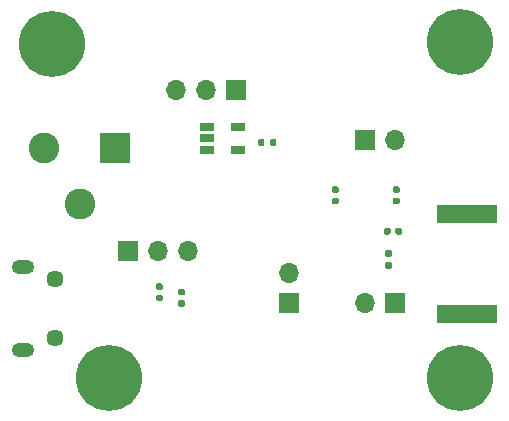
<source format=gbs>
G04 #@! TF.GenerationSoftware,KiCad,Pcbnew,(5.1.7)-1*
G04 #@! TF.CreationDate,2021-07-31T20:16:39-07:00*
G04 #@! TF.ProjectId,clkbrd3,636c6b62-7264-4332-9e6b-696361645f70,rev?*
G04 #@! TF.SameCoordinates,Original*
G04 #@! TF.FileFunction,Soldermask,Bot*
G04 #@! TF.FilePolarity,Negative*
%FSLAX46Y46*%
G04 Gerber Fmt 4.6, Leading zero omitted, Abs format (unit mm)*
G04 Created by KiCad (PCBNEW (5.1.7)-1) date 2021-07-31 20:16:39*
%MOMM*%
%LPD*%
G01*
G04 APERTURE LIST*
%ADD10O,1.700000X1.700000*%
%ADD11R,1.700000X1.700000*%
%ADD12C,5.600000*%
%ADD13R,1.220000X0.650000*%
%ADD14R,5.080000X1.500000*%
%ADD15O,1.900000X1.200000*%
%ADD16C,1.450000*%
%ADD17C,2.600000*%
%ADD18R,2.600000X2.600000*%
G04 APERTURE END LIST*
D10*
X68000000Y-47460000D03*
D11*
X68000000Y-50000000D03*
D12*
X48000000Y-28000000D03*
X52800000Y-56300000D03*
X82500000Y-56300000D03*
X82500000Y-27900000D03*
D10*
X77050000Y-36150000D03*
D11*
X74510000Y-36150000D03*
D13*
X63750000Y-36970000D03*
X63750000Y-35070000D03*
X61130000Y-35070000D03*
X61130000Y-36020000D03*
X61130000Y-36970000D03*
G36*
G01*
X65950000Y-36185000D02*
X65950000Y-36555000D01*
G75*
G02*
X65815000Y-36690000I-135000J0D01*
G01*
X65545000Y-36690000D01*
G75*
G02*
X65410000Y-36555000I0J135000D01*
G01*
X65410000Y-36185000D01*
G75*
G02*
X65545000Y-36050000I135000J0D01*
G01*
X65815000Y-36050000D01*
G75*
G02*
X65950000Y-36185000I0J-135000D01*
G01*
G37*
G36*
G01*
X66970000Y-36185000D02*
X66970000Y-36555000D01*
G75*
G02*
X66835000Y-36690000I-135000J0D01*
G01*
X66565000Y-36690000D01*
G75*
G02*
X66430000Y-36555000I0J135000D01*
G01*
X66430000Y-36185000D01*
G75*
G02*
X66565000Y-36050000I135000J0D01*
G01*
X66835000Y-36050000D01*
G75*
G02*
X66970000Y-36185000I0J-135000D01*
G01*
G37*
D10*
X58430000Y-31920000D03*
X60970000Y-31920000D03*
D11*
X63510000Y-31920000D03*
G36*
G01*
X76285000Y-46530000D02*
X76655000Y-46530000D01*
G75*
G02*
X76790000Y-46665000I0J-135000D01*
G01*
X76790000Y-46935000D01*
G75*
G02*
X76655000Y-47070000I-135000J0D01*
G01*
X76285000Y-47070000D01*
G75*
G02*
X76150000Y-46935000I0J135000D01*
G01*
X76150000Y-46665000D01*
G75*
G02*
X76285000Y-46530000I135000J0D01*
G01*
G37*
G36*
G01*
X76285000Y-45510000D02*
X76655000Y-45510000D01*
G75*
G02*
X76790000Y-45645000I0J-135000D01*
G01*
X76790000Y-45915000D01*
G75*
G02*
X76655000Y-46050000I-135000J0D01*
G01*
X76285000Y-46050000D01*
G75*
G02*
X76150000Y-45915000I0J135000D01*
G01*
X76150000Y-45645000D01*
G75*
G02*
X76285000Y-45510000I135000J0D01*
G01*
G37*
D14*
X83110000Y-42410000D03*
X83110000Y-50910000D03*
D10*
X74460000Y-50000000D03*
D11*
X77000000Y-50000000D03*
G36*
G01*
X76650000Y-43710000D02*
X76650000Y-44050000D01*
G75*
G02*
X76510000Y-44190000I-140000J0D01*
G01*
X76230000Y-44190000D01*
G75*
G02*
X76090000Y-44050000I0J140000D01*
G01*
X76090000Y-43710000D01*
G75*
G02*
X76230000Y-43570000I140000J0D01*
G01*
X76510000Y-43570000D01*
G75*
G02*
X76650000Y-43710000I0J-140000D01*
G01*
G37*
G36*
G01*
X77610000Y-43710000D02*
X77610000Y-44050000D01*
G75*
G02*
X77470000Y-44190000I-140000J0D01*
G01*
X77190000Y-44190000D01*
G75*
G02*
X77050000Y-44050000I0J140000D01*
G01*
X77050000Y-43710000D01*
G75*
G02*
X77190000Y-43570000I140000J0D01*
G01*
X77470000Y-43570000D01*
G75*
G02*
X77610000Y-43710000I0J-140000D01*
G01*
G37*
G36*
G01*
X76940000Y-41040000D02*
X77280000Y-41040000D01*
G75*
G02*
X77420000Y-41180000I0J-140000D01*
G01*
X77420000Y-41460000D01*
G75*
G02*
X77280000Y-41600000I-140000J0D01*
G01*
X76940000Y-41600000D01*
G75*
G02*
X76800000Y-41460000I0J140000D01*
G01*
X76800000Y-41180000D01*
G75*
G02*
X76940000Y-41040000I140000J0D01*
G01*
G37*
G36*
G01*
X76940000Y-40080000D02*
X77280000Y-40080000D01*
G75*
G02*
X77420000Y-40220000I0J-140000D01*
G01*
X77420000Y-40500000D01*
G75*
G02*
X77280000Y-40640000I-140000J0D01*
G01*
X76940000Y-40640000D01*
G75*
G02*
X76800000Y-40500000I0J140000D01*
G01*
X76800000Y-40220000D01*
G75*
G02*
X76940000Y-40080000I140000J0D01*
G01*
G37*
G36*
G01*
X72120000Y-40650000D02*
X71780000Y-40650000D01*
G75*
G02*
X71640000Y-40510000I0J140000D01*
G01*
X71640000Y-40230000D01*
G75*
G02*
X71780000Y-40090000I140000J0D01*
G01*
X72120000Y-40090000D01*
G75*
G02*
X72260000Y-40230000I0J-140000D01*
G01*
X72260000Y-40510000D01*
G75*
G02*
X72120000Y-40650000I-140000J0D01*
G01*
G37*
G36*
G01*
X72120000Y-41610000D02*
X71780000Y-41610000D01*
G75*
G02*
X71640000Y-41470000I0J140000D01*
G01*
X71640000Y-41190000D01*
G75*
G02*
X71780000Y-41050000I140000J0D01*
G01*
X72120000Y-41050000D01*
G75*
G02*
X72260000Y-41190000I0J-140000D01*
G01*
X72260000Y-41470000D01*
G75*
G02*
X72120000Y-41610000I-140000J0D01*
G01*
G37*
D10*
X59450000Y-45560000D03*
X56910000Y-45560000D03*
D11*
X54370000Y-45560000D03*
D15*
X45542500Y-53940000D03*
X45542500Y-46940000D03*
D16*
X48242500Y-52940000D03*
X48242500Y-47940000D03*
D17*
X50300000Y-41540000D03*
X47300000Y-36840000D03*
D18*
X53300000Y-36840000D03*
G36*
G01*
X58770000Y-49720000D02*
X59110000Y-49720000D01*
G75*
G02*
X59250000Y-49860000I0J-140000D01*
G01*
X59250000Y-50140000D01*
G75*
G02*
X59110000Y-50280000I-140000J0D01*
G01*
X58770000Y-50280000D01*
G75*
G02*
X58630000Y-50140000I0J140000D01*
G01*
X58630000Y-49860000D01*
G75*
G02*
X58770000Y-49720000I140000J0D01*
G01*
G37*
G36*
G01*
X58770000Y-48760000D02*
X59110000Y-48760000D01*
G75*
G02*
X59250000Y-48900000I0J-140000D01*
G01*
X59250000Y-49180000D01*
G75*
G02*
X59110000Y-49320000I-140000J0D01*
G01*
X58770000Y-49320000D01*
G75*
G02*
X58630000Y-49180000I0J140000D01*
G01*
X58630000Y-48900000D01*
G75*
G02*
X58770000Y-48760000I140000J0D01*
G01*
G37*
G36*
G01*
X57230000Y-48860000D02*
X56890000Y-48860000D01*
G75*
G02*
X56750000Y-48720000I0J140000D01*
G01*
X56750000Y-48440000D01*
G75*
G02*
X56890000Y-48300000I140000J0D01*
G01*
X57230000Y-48300000D01*
G75*
G02*
X57370000Y-48440000I0J-140000D01*
G01*
X57370000Y-48720000D01*
G75*
G02*
X57230000Y-48860000I-140000J0D01*
G01*
G37*
G36*
G01*
X57230000Y-49820000D02*
X56890000Y-49820000D01*
G75*
G02*
X56750000Y-49680000I0J140000D01*
G01*
X56750000Y-49400000D01*
G75*
G02*
X56890000Y-49260000I140000J0D01*
G01*
X57230000Y-49260000D01*
G75*
G02*
X57370000Y-49400000I0J-140000D01*
G01*
X57370000Y-49680000D01*
G75*
G02*
X57230000Y-49820000I-140000J0D01*
G01*
G37*
M02*

</source>
